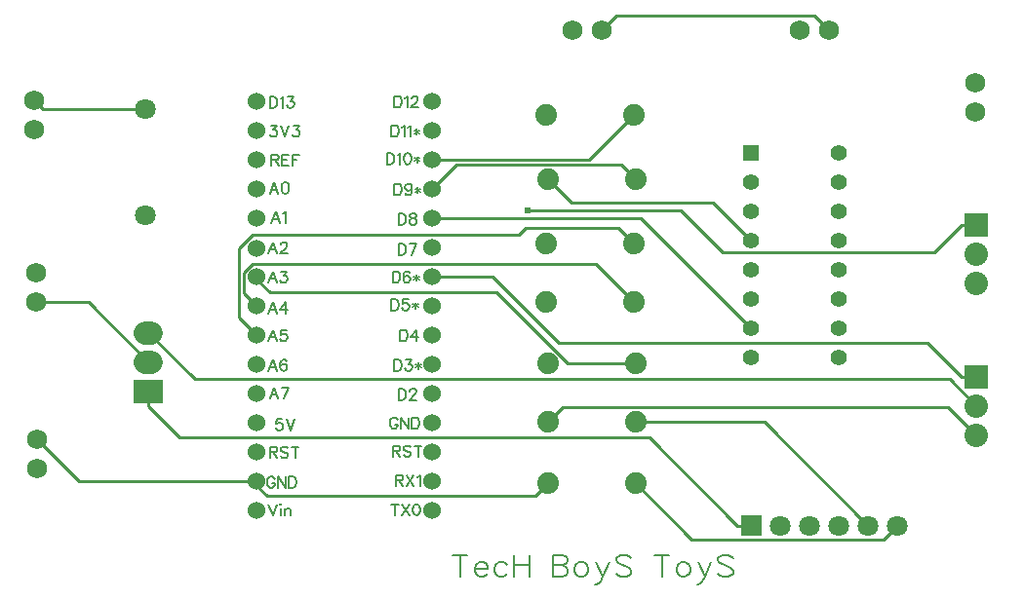
<source format=gtl>
G04 Layer: TopLayer*
G04 EasyEDA v6.4.32, 2023-09-15 19:51:39*
G04 497bf7e82d6e43ea953c9b51e4a9abc3,83cefa92b6ce4236bac46178dd46d778,10*
G04 Gerber Generator version 0.2*
G04 Scale: 100 percent, Rotated: No, Reflected: No *
G04 Dimensions in millimeters *
G04 leading zeros omitted , absolute positions ,4 integer and 5 decimal *
%FSLAX45Y45*%
%MOMM*%

%ADD11C,0.2600*%
%ADD12C,0.2032*%
%ADD13C,0.6100*%
%ADD16C,2.0320*%
%ADD17C,1.8000*%
%ADD19C,1.5240*%
%ADD20C,1.7270*%
%ADD21C,1.8796*%
%ADD22R,1.3995X1.3995*%
%ADD23C,1.3995*%
%ADD24C,2.0000*%

%LPD*%
D12*
X-5828029Y5716778D02*
G01*
X-5828029Y5522976D01*
X-5892800Y5716778D02*
G01*
X-5763513Y5716778D01*
X-5702554Y5596889D02*
G01*
X-5591810Y5596889D01*
X-5591810Y5615178D01*
X-5600954Y5633720D01*
X-5610097Y5642863D01*
X-5628639Y5652262D01*
X-5656326Y5652262D01*
X-5674868Y5642863D01*
X-5693410Y5624576D01*
X-5702554Y5596889D01*
X-5702554Y5578347D01*
X-5693410Y5550662D01*
X-5674868Y5532120D01*
X-5656326Y5522976D01*
X-5628639Y5522976D01*
X-5610097Y5532120D01*
X-5591810Y5550662D01*
X-5419852Y5624576D02*
G01*
X-5438394Y5642863D01*
X-5456936Y5652262D01*
X-5484621Y5652262D01*
X-5502910Y5642863D01*
X-5521452Y5624576D01*
X-5530850Y5596889D01*
X-5530850Y5578347D01*
X-5521452Y5550662D01*
X-5502910Y5532120D01*
X-5484621Y5522976D01*
X-5456936Y5522976D01*
X-5438394Y5532120D01*
X-5419852Y5550662D01*
X-5358892Y5716778D02*
G01*
X-5358892Y5522976D01*
X-5229605Y5716778D02*
G01*
X-5229605Y5522976D01*
X-5358892Y5624576D02*
G01*
X-5229605Y5624576D01*
X-5026405Y5716778D02*
G01*
X-5026405Y5522976D01*
X-5026405Y5716778D02*
G01*
X-4943347Y5716778D01*
X-4915662Y5707634D01*
X-4906263Y5698489D01*
X-4897120Y5679947D01*
X-4897120Y5661405D01*
X-4906263Y5642863D01*
X-4915662Y5633720D01*
X-4943347Y5624576D01*
X-5026405Y5624576D02*
G01*
X-4943347Y5624576D01*
X-4915662Y5615178D01*
X-4906263Y5606034D01*
X-4897120Y5587492D01*
X-4897120Y5559805D01*
X-4906263Y5541263D01*
X-4915662Y5532120D01*
X-4943347Y5522976D01*
X-5026405Y5522976D01*
X-4789931Y5652262D02*
G01*
X-4808473Y5642863D01*
X-4827015Y5624576D01*
X-4836160Y5596889D01*
X-4836160Y5578347D01*
X-4827015Y5550662D01*
X-4808473Y5532120D01*
X-4789931Y5522976D01*
X-4762245Y5522976D01*
X-4743704Y5532120D01*
X-4725415Y5550662D01*
X-4716018Y5578347D01*
X-4716018Y5596889D01*
X-4725415Y5624576D01*
X-4743704Y5642863D01*
X-4762245Y5652262D01*
X-4789931Y5652262D01*
X-4645913Y5652262D02*
G01*
X-4590542Y5522976D01*
X-4535170Y5652262D02*
G01*
X-4590542Y5522976D01*
X-4608829Y5485892D01*
X-4627371Y5467350D01*
X-4645913Y5458205D01*
X-4655057Y5458205D01*
X-4344670Y5689092D02*
G01*
X-4363212Y5707634D01*
X-4390897Y5716778D01*
X-4427981Y5716778D01*
X-4455668Y5707634D01*
X-4474210Y5689092D01*
X-4474210Y5670550D01*
X-4464812Y5652262D01*
X-4455668Y5642863D01*
X-4437126Y5633720D01*
X-4381754Y5615178D01*
X-4363212Y5606034D01*
X-4354068Y5596889D01*
X-4344670Y5578347D01*
X-4344670Y5550662D01*
X-4363212Y5532120D01*
X-4390897Y5522976D01*
X-4427981Y5522976D01*
X-4455668Y5532120D01*
X-4474210Y5550662D01*
X-4076954Y5716778D02*
G01*
X-4076954Y5522976D01*
X-4141470Y5716778D02*
G01*
X-4012184Y5716778D01*
X-3905250Y5652262D02*
G01*
X-3923537Y5642863D01*
X-3942079Y5624576D01*
X-3951223Y5596889D01*
X-3951223Y5578347D01*
X-3942079Y5550662D01*
X-3923537Y5532120D01*
X-3905250Y5522976D01*
X-3877310Y5522976D01*
X-3859021Y5532120D01*
X-3840479Y5550662D01*
X-3831336Y5578347D01*
X-3831336Y5596889D01*
X-3840479Y5624576D01*
X-3859021Y5642863D01*
X-3877310Y5652262D01*
X-3905250Y5652262D01*
X-3760978Y5652262D02*
G01*
X-3705605Y5522976D01*
X-3650234Y5652262D02*
G01*
X-3705605Y5522976D01*
X-3724147Y5485892D01*
X-3742689Y5467350D01*
X-3760978Y5458205D01*
X-3770376Y5458205D01*
X-3459987Y5689092D02*
G01*
X-3478529Y5707634D01*
X-3506215Y5716778D01*
X-3543045Y5716778D01*
X-3570731Y5707634D01*
X-3589273Y5689092D01*
X-3589273Y5670550D01*
X-3580129Y5652262D01*
X-3570731Y5642863D01*
X-3552189Y5633720D01*
X-3496818Y5615178D01*
X-3478529Y5606034D01*
X-3469131Y5596889D01*
X-3459987Y5578347D01*
X-3459987Y5550662D01*
X-3478529Y5532120D01*
X-3506215Y5522976D01*
X-3543045Y5522976D01*
X-3570731Y5532120D01*
X-3589273Y5550662D01*
X-7493000Y6154928D02*
G01*
X-7456678Y6059423D01*
X-7420355Y6154928D02*
G01*
X-7456678Y6059423D01*
X-7390384Y6154928D02*
G01*
X-7385812Y6150355D01*
X-7381239Y6154928D01*
X-7385812Y6159500D01*
X-7390384Y6154928D01*
X-7385812Y6122923D02*
G01*
X-7385812Y6059423D01*
X-7351268Y6122923D02*
G01*
X-7351268Y6059423D01*
X-7351268Y6104889D02*
G01*
X-7337552Y6118605D01*
X-7328408Y6122923D01*
X-7314692Y6122923D01*
X-7305802Y6118605D01*
X-7301229Y6104889D01*
X-7301229Y6059423D01*
X-6413500Y6663689D02*
G01*
X-6413500Y6568186D01*
X-6413500Y6663689D02*
G01*
X-6372605Y6663689D01*
X-6358889Y6659118D01*
X-6354318Y6654545D01*
X-6349745Y6645402D01*
X-6349745Y6636258D01*
X-6354318Y6627368D01*
X-6358889Y6622795D01*
X-6372605Y6618223D01*
X-6413500Y6618223D01*
X-6381750Y6618223D02*
G01*
X-6349745Y6568186D01*
X-6256273Y6649973D02*
G01*
X-6265418Y6659118D01*
X-6278879Y6663689D01*
X-6297168Y6663689D01*
X-6310884Y6659118D01*
X-6319773Y6649973D01*
X-6319773Y6640829D01*
X-6315202Y6631686D01*
X-6310884Y6627368D01*
X-6301739Y6622795D01*
X-6274307Y6613652D01*
X-6265418Y6609079D01*
X-6260845Y6604508D01*
X-6256273Y6595363D01*
X-6256273Y6581902D01*
X-6265418Y6572758D01*
X-6278879Y6568186D01*
X-6297168Y6568186D01*
X-6310884Y6572758D01*
X-6319773Y6581902D01*
X-6194297Y6663689D02*
G01*
X-6194297Y6568186D01*
X-6226302Y6663689D02*
G01*
X-6162547Y6663689D01*
X-6394450Y6155689D02*
G01*
X-6394450Y6060186D01*
X-6426200Y6155689D02*
G01*
X-6362445Y6155689D01*
X-6332473Y6155689D02*
G01*
X-6268973Y6060186D01*
X-6268973Y6155689D02*
G01*
X-6332473Y6060186D01*
X-6211570Y6155689D02*
G01*
X-6225286Y6151118D01*
X-6234429Y6137402D01*
X-6239002Y6114795D01*
X-6239002Y6101079D01*
X-6234429Y6078473D01*
X-6225286Y6064757D01*
X-6211570Y6060186D01*
X-6202679Y6060186D01*
X-6188963Y6064757D01*
X-6179820Y6078473D01*
X-6175247Y6101079D01*
X-6175247Y6114795D01*
X-6179820Y6137402D01*
X-6188963Y6151118D01*
X-6202679Y6155689D01*
X-6211570Y6155689D01*
X-6388100Y6409689D02*
G01*
X-6388100Y6314186D01*
X-6388100Y6409689D02*
G01*
X-6347205Y6409689D01*
X-6333489Y6405118D01*
X-6328918Y6400545D01*
X-6324345Y6391402D01*
X-6324345Y6382257D01*
X-6328918Y6373368D01*
X-6333489Y6368795D01*
X-6347205Y6364223D01*
X-6388100Y6364223D01*
X-6356350Y6364223D02*
G01*
X-6324345Y6314186D01*
X-6294373Y6409689D02*
G01*
X-6230873Y6314186D01*
X-6230873Y6409689D02*
G01*
X-6294373Y6314186D01*
X-6200902Y6391402D02*
G01*
X-6191757Y6395973D01*
X-6178042Y6409689D01*
X-6178042Y6314186D01*
X-7443978Y7171689D02*
G01*
X-7480300Y7076186D01*
X-7443978Y7171689D02*
G01*
X-7407655Y7076186D01*
X-7466584Y7107936D02*
G01*
X-7421118Y7107936D01*
X-7313929Y7171689D02*
G01*
X-7359395Y7076186D01*
X-7377684Y7171689D02*
G01*
X-7313929Y7171689D01*
X-7456678Y7412989D02*
G01*
X-7493000Y7317486D01*
X-7456678Y7412989D02*
G01*
X-7420355Y7317486D01*
X-7479284Y7349236D02*
G01*
X-7433818Y7349236D01*
X-7335773Y7399273D02*
G01*
X-7340345Y7408418D01*
X-7353808Y7412989D01*
X-7362952Y7412989D01*
X-7376668Y7408418D01*
X-7385812Y7394702D01*
X-7390384Y7372095D01*
X-7390384Y7349236D01*
X-7385812Y7331202D01*
X-7376668Y7322058D01*
X-7362952Y7317486D01*
X-7358379Y7317486D01*
X-7344918Y7322058D01*
X-7335773Y7331202D01*
X-7331202Y7344663D01*
X-7331202Y7349236D01*
X-7335773Y7362952D01*
X-7344918Y7372095D01*
X-7358379Y7376668D01*
X-7362952Y7376668D01*
X-7376668Y7372095D01*
X-7385812Y7362952D01*
X-7390384Y7349236D01*
X-7456678Y7670797D02*
G01*
X-7493000Y7575293D01*
X-7456678Y7670797D02*
G01*
X-7420355Y7575293D01*
X-7479284Y7607043D02*
G01*
X-7433818Y7607043D01*
X-7335773Y7670797D02*
G01*
X-7381239Y7670797D01*
X-7385812Y7629903D01*
X-7381239Y7634475D01*
X-7367523Y7638793D01*
X-7353808Y7638793D01*
X-7340345Y7634475D01*
X-7331202Y7625331D01*
X-7326629Y7611615D01*
X-7326629Y7602471D01*
X-7331202Y7589009D01*
X-7340345Y7579865D01*
X-7353808Y7575293D01*
X-7367523Y7575293D01*
X-7381239Y7579865D01*
X-7385812Y7584437D01*
X-7390384Y7593581D01*
X-7456678Y7912097D02*
G01*
X-7493000Y7816593D01*
X-7456678Y7912097D02*
G01*
X-7420355Y7816593D01*
X-7479284Y7848343D02*
G01*
X-7433818Y7848343D01*
X-7344918Y7912097D02*
G01*
X-7390384Y7848343D01*
X-7322058Y7848343D01*
X-7344918Y7912097D02*
G01*
X-7344918Y7816593D01*
X-7456678Y8178797D02*
G01*
X-7493000Y8083293D01*
X-7456678Y8178797D02*
G01*
X-7420355Y8083293D01*
X-7479284Y8115043D02*
G01*
X-7433818Y8115043D01*
X-7381239Y8178797D02*
G01*
X-7331202Y8178797D01*
X-7358379Y8142475D01*
X-7344918Y8142475D01*
X-7335773Y8137903D01*
X-7331202Y8133331D01*
X-7326629Y8119615D01*
X-7326629Y8110471D01*
X-7331202Y8097009D01*
X-7340345Y8087865D01*
X-7353808Y8083293D01*
X-7367523Y8083293D01*
X-7381239Y8087865D01*
X-7385812Y8092437D01*
X-7390384Y8101581D01*
X-7456678Y8432797D02*
G01*
X-7493000Y8337293D01*
X-7456678Y8432797D02*
G01*
X-7420355Y8337293D01*
X-7479284Y8369043D02*
G01*
X-7433818Y8369043D01*
X-7385812Y8409937D02*
G01*
X-7385812Y8414509D01*
X-7381239Y8423653D01*
X-7376668Y8428225D01*
X-7367523Y8432797D01*
X-7349489Y8432797D01*
X-7340345Y8428225D01*
X-7335773Y8423653D01*
X-7331202Y8414509D01*
X-7331202Y8405365D01*
X-7335773Y8396475D01*
X-7344918Y8382759D01*
X-7390384Y8337293D01*
X-7326629Y8337293D01*
X-7431278Y8699497D02*
G01*
X-7467600Y8603993D01*
X-7431278Y8699497D02*
G01*
X-7394955Y8603993D01*
X-7453884Y8635743D02*
G01*
X-7408418Y8635743D01*
X-7364984Y8681209D02*
G01*
X-7355839Y8685781D01*
X-7342123Y8699497D01*
X-7342123Y8603993D01*
X-7443978Y8953497D02*
G01*
X-7480300Y8857993D01*
X-7443978Y8953497D02*
G01*
X-7407655Y8857993D01*
X-7466584Y8889743D02*
G01*
X-7421118Y8889743D01*
X-7350252Y8953497D02*
G01*
X-7363968Y8948925D01*
X-7373112Y8935209D01*
X-7377684Y8912603D01*
X-7377684Y8898887D01*
X-7373112Y8876281D01*
X-7363968Y8862565D01*
X-7350252Y8857993D01*
X-7341108Y8857993D01*
X-7327645Y8862565D01*
X-7318502Y8876281D01*
X-7313929Y8898887D01*
X-7313929Y8912603D01*
X-7318502Y8935209D01*
X-7327645Y8948925D01*
X-7341108Y8953497D01*
X-7350252Y8953497D01*
X-7467600Y9194797D02*
G01*
X-7467600Y9099293D01*
X-7467600Y9194797D02*
G01*
X-7426705Y9194797D01*
X-7412989Y9190225D01*
X-7408418Y9185653D01*
X-7403845Y9176509D01*
X-7403845Y9167365D01*
X-7408418Y9158475D01*
X-7412989Y9153903D01*
X-7426705Y9149331D01*
X-7467600Y9149331D01*
X-7435850Y9149331D02*
G01*
X-7403845Y9099293D01*
X-7373873Y9194797D02*
G01*
X-7373873Y9099293D01*
X-7373873Y9194797D02*
G01*
X-7314945Y9194797D01*
X-7373873Y9149331D02*
G01*
X-7337552Y9149331D01*
X-7373873Y9099293D02*
G01*
X-7314945Y9099293D01*
X-7284973Y9194797D02*
G01*
X-7284973Y9099293D01*
X-7284973Y9194797D02*
G01*
X-7225792Y9194797D01*
X-7284973Y9149331D02*
G01*
X-7248397Y9149331D01*
X-7480300Y9698989D02*
G01*
X-7480300Y9603486D01*
X-7480300Y9698989D02*
G01*
X-7448550Y9698989D01*
X-7434834Y9694418D01*
X-7425689Y9685274D01*
X-7421118Y9676129D01*
X-7416545Y9662668D01*
X-7416545Y9639808D01*
X-7421118Y9626092D01*
X-7425689Y9617202D01*
X-7434834Y9608058D01*
X-7448550Y9603486D01*
X-7480300Y9603486D01*
X-7386573Y9680702D02*
G01*
X-7377684Y9685274D01*
X-7363968Y9698989D01*
X-7363968Y9603486D01*
X-7324852Y9698989D02*
G01*
X-7274813Y9698989D01*
X-7301992Y9662668D01*
X-7288529Y9662668D01*
X-7279386Y9658095D01*
X-7274813Y9653524D01*
X-7270242Y9639808D01*
X-7270242Y9630663D01*
X-7274813Y9617202D01*
X-7283958Y9608058D01*
X-7297673Y9603486D01*
X-7311136Y9603486D01*
X-7324852Y9608058D01*
X-7329423Y9612629D01*
X-7333995Y9621774D01*
X-6400800Y9702797D02*
G01*
X-6400800Y9607293D01*
X-6400800Y9702797D02*
G01*
X-6369050Y9702797D01*
X-6355334Y9698225D01*
X-6346189Y9689081D01*
X-6341618Y9679937D01*
X-6337045Y9666475D01*
X-6337045Y9643615D01*
X-6341618Y9629899D01*
X-6346189Y9621009D01*
X-6355334Y9611865D01*
X-6369050Y9607293D01*
X-6400800Y9607293D01*
X-6307073Y9684509D02*
G01*
X-6298184Y9689081D01*
X-6284468Y9702797D01*
X-6284468Y9607293D01*
X-6249923Y9679937D02*
G01*
X-6249923Y9684509D01*
X-6245352Y9693653D01*
X-6240779Y9698225D01*
X-6231636Y9702797D01*
X-6213602Y9702797D01*
X-6204457Y9698225D01*
X-6199886Y9693653D01*
X-6195313Y9684509D01*
X-6195313Y9675365D01*
X-6199886Y9666475D01*
X-6209029Y9652759D01*
X-6254495Y9607293D01*
X-6190742Y9607293D01*
X-6362700Y8682989D02*
G01*
X-6362700Y8587486D01*
X-6362700Y8682989D02*
G01*
X-6330950Y8682989D01*
X-6317234Y8678418D01*
X-6308089Y8669274D01*
X-6303518Y8660129D01*
X-6298945Y8646668D01*
X-6298945Y8623808D01*
X-6303518Y8610092D01*
X-6308089Y8601202D01*
X-6317234Y8592058D01*
X-6330950Y8587486D01*
X-6362700Y8587486D01*
X-6246368Y8682989D02*
G01*
X-6260084Y8678418D01*
X-6264402Y8669274D01*
X-6264402Y8660129D01*
X-6260084Y8650986D01*
X-6250939Y8646668D01*
X-6232652Y8642095D01*
X-6219189Y8637524D01*
X-6210045Y8628379D01*
X-6205473Y8619236D01*
X-6205473Y8605774D01*
X-6210045Y8596629D01*
X-6214618Y8592058D01*
X-6228079Y8587486D01*
X-6246368Y8587486D01*
X-6260084Y8592058D01*
X-6264402Y8596629D01*
X-6268973Y8605774D01*
X-6268973Y8619236D01*
X-6264402Y8628379D01*
X-6255512Y8637524D01*
X-6241795Y8642095D01*
X-6223507Y8646668D01*
X-6214618Y8650986D01*
X-6210045Y8660129D01*
X-6210045Y8669274D01*
X-6214618Y8678418D01*
X-6228079Y8682989D01*
X-6246368Y8682989D01*
X-6362700Y8420097D02*
G01*
X-6362700Y8324593D01*
X-6362700Y8420097D02*
G01*
X-6330950Y8420097D01*
X-6317234Y8415525D01*
X-6308089Y8406381D01*
X-6303518Y8397237D01*
X-6298945Y8383775D01*
X-6298945Y8360915D01*
X-6303518Y8347199D01*
X-6308089Y8338309D01*
X-6317234Y8329165D01*
X-6330950Y8324593D01*
X-6362700Y8324593D01*
X-6205473Y8420097D02*
G01*
X-6250939Y8324593D01*
X-6268973Y8420097D02*
G01*
X-6205473Y8420097D01*
X-6426200Y9448797D02*
G01*
X-6426200Y9353293D01*
X-6426200Y9448797D02*
G01*
X-6394450Y9448797D01*
X-6380734Y9444225D01*
X-6371589Y9435081D01*
X-6367018Y9425937D01*
X-6362445Y9412475D01*
X-6362445Y9389615D01*
X-6367018Y9375899D01*
X-6371589Y9367009D01*
X-6380734Y9357865D01*
X-6394450Y9353293D01*
X-6426200Y9353293D01*
X-6332473Y9430509D02*
G01*
X-6323584Y9435081D01*
X-6309868Y9448797D01*
X-6309868Y9353293D01*
X-6279895Y9430509D02*
G01*
X-6270752Y9435081D01*
X-6257036Y9448797D01*
X-6257036Y9353293D01*
X-6204457Y9421365D02*
G01*
X-6204457Y9367009D01*
X-6227063Y9407903D02*
G01*
X-6181597Y9380471D01*
X-6181597Y9407903D02*
G01*
X-6227063Y9380471D01*
X-6464300Y9207497D02*
G01*
X-6464300Y9111993D01*
X-6464300Y9207497D02*
G01*
X-6432550Y9207497D01*
X-6418834Y9202925D01*
X-6409689Y9193781D01*
X-6405118Y9184637D01*
X-6400545Y9171175D01*
X-6400545Y9148315D01*
X-6405118Y9134599D01*
X-6409689Y9125709D01*
X-6418834Y9116565D01*
X-6432550Y9111993D01*
X-6464300Y9111993D01*
X-6370573Y9189209D02*
G01*
X-6361684Y9193781D01*
X-6347968Y9207497D01*
X-6347968Y9111993D01*
X-6290563Y9207497D02*
G01*
X-6304279Y9202925D01*
X-6313423Y9189209D01*
X-6317995Y9166603D01*
X-6317995Y9152887D01*
X-6313423Y9130281D01*
X-6304279Y9116565D01*
X-6290563Y9111993D01*
X-6281673Y9111993D01*
X-6267957Y9116565D01*
X-6258813Y9130281D01*
X-6254242Y9152887D01*
X-6254242Y9166603D01*
X-6258813Y9189209D01*
X-6267957Y9202925D01*
X-6281673Y9207497D01*
X-6290563Y9207497D01*
X-6201663Y9180065D02*
G01*
X-6201663Y9125709D01*
X-6224270Y9166603D02*
G01*
X-6178804Y9139171D01*
X-6178804Y9166603D02*
G01*
X-6224270Y9139171D01*
X-6400800Y8940797D02*
G01*
X-6400800Y8845293D01*
X-6400800Y8940797D02*
G01*
X-6369050Y8940797D01*
X-6355334Y8936225D01*
X-6346189Y8927081D01*
X-6341618Y8917937D01*
X-6337045Y8904475D01*
X-6337045Y8881615D01*
X-6341618Y8867899D01*
X-6346189Y8859009D01*
X-6355334Y8849865D01*
X-6369050Y8845293D01*
X-6400800Y8845293D01*
X-6248145Y8908793D02*
G01*
X-6252718Y8895331D01*
X-6261607Y8886187D01*
X-6275323Y8881615D01*
X-6279895Y8881615D01*
X-6293612Y8886187D01*
X-6302502Y8895331D01*
X-6307073Y8908793D01*
X-6307073Y8913365D01*
X-6302502Y8927081D01*
X-6293612Y8936225D01*
X-6279895Y8940797D01*
X-6275323Y8940797D01*
X-6261607Y8936225D01*
X-6252718Y8927081D01*
X-6248145Y8908793D01*
X-6248145Y8886187D01*
X-6252718Y8863581D01*
X-6261607Y8849865D01*
X-6275323Y8845293D01*
X-6284468Y8845293D01*
X-6298184Y8849865D01*
X-6302502Y8859009D01*
X-6195313Y8913365D02*
G01*
X-6195313Y8859009D01*
X-6218173Y8899903D02*
G01*
X-6172707Y8872471D01*
X-6172707Y8899903D02*
G01*
X-6218173Y8872471D01*
X-6413500Y8178797D02*
G01*
X-6413500Y8083293D01*
X-6413500Y8178797D02*
G01*
X-6381750Y8178797D01*
X-6368034Y8174225D01*
X-6358889Y8165081D01*
X-6354318Y8155937D01*
X-6349745Y8142475D01*
X-6349745Y8119615D01*
X-6354318Y8105899D01*
X-6358889Y8097009D01*
X-6368034Y8087865D01*
X-6381750Y8083293D01*
X-6413500Y8083293D01*
X-6265418Y8165081D02*
G01*
X-6269989Y8174225D01*
X-6283452Y8178797D01*
X-6292595Y8178797D01*
X-6306312Y8174225D01*
X-6315202Y8160509D01*
X-6319773Y8137903D01*
X-6319773Y8115043D01*
X-6315202Y8097009D01*
X-6306312Y8087865D01*
X-6292595Y8083293D01*
X-6288023Y8083293D01*
X-6274307Y8087865D01*
X-6265418Y8097009D01*
X-6260845Y8110471D01*
X-6260845Y8115043D01*
X-6265418Y8128759D01*
X-6274307Y8137903D01*
X-6288023Y8142475D01*
X-6292595Y8142475D01*
X-6306312Y8137903D01*
X-6315202Y8128759D01*
X-6319773Y8115043D01*
X-6208013Y8151365D02*
G01*
X-6208013Y8097009D01*
X-6230873Y8137903D02*
G01*
X-6185407Y8110471D01*
X-6185407Y8137903D02*
G01*
X-6230873Y8110471D01*
X-6426200Y7937497D02*
G01*
X-6426200Y7841993D01*
X-6426200Y7937497D02*
G01*
X-6394450Y7937497D01*
X-6380734Y7932925D01*
X-6371589Y7923781D01*
X-6367018Y7914637D01*
X-6362445Y7901175D01*
X-6362445Y7878315D01*
X-6367018Y7864599D01*
X-6371589Y7855709D01*
X-6380734Y7846565D01*
X-6394450Y7841993D01*
X-6426200Y7841993D01*
X-6278118Y7937497D02*
G01*
X-6323584Y7937497D01*
X-6327902Y7896603D01*
X-6323584Y7901175D01*
X-6309868Y7905493D01*
X-6296152Y7905493D01*
X-6282689Y7901175D01*
X-6273545Y7892031D01*
X-6268973Y7878315D01*
X-6268973Y7869171D01*
X-6273545Y7855709D01*
X-6282689Y7846565D01*
X-6296152Y7841993D01*
X-6309868Y7841993D01*
X-6323584Y7846565D01*
X-6327902Y7851137D01*
X-6332473Y7860281D01*
X-6216142Y7910065D02*
G01*
X-6216142Y7855709D01*
X-6239002Y7896603D02*
G01*
X-6193536Y7869171D01*
X-6193536Y7896603D02*
G01*
X-6239002Y7869171D01*
X-6350000Y7670797D02*
G01*
X-6350000Y7575293D01*
X-6350000Y7670797D02*
G01*
X-6318250Y7670797D01*
X-6304534Y7666225D01*
X-6295389Y7657081D01*
X-6290818Y7647937D01*
X-6286245Y7634475D01*
X-6286245Y7611615D01*
X-6290818Y7597899D01*
X-6295389Y7589009D01*
X-6304534Y7579865D01*
X-6318250Y7575293D01*
X-6350000Y7575293D01*
X-6210807Y7670797D02*
G01*
X-6256273Y7607043D01*
X-6188202Y7607043D01*
X-6210807Y7670797D02*
G01*
X-6210807Y7575293D01*
X-6400800Y7412987D02*
G01*
X-6400800Y7317483D01*
X-6400800Y7412987D02*
G01*
X-6369050Y7412987D01*
X-6355334Y7408415D01*
X-6346189Y7399271D01*
X-6341618Y7390127D01*
X-6337045Y7376665D01*
X-6337045Y7353805D01*
X-6341618Y7340089D01*
X-6346189Y7331199D01*
X-6355334Y7322055D01*
X-6369050Y7317483D01*
X-6400800Y7317483D01*
X-6298184Y7412987D02*
G01*
X-6248145Y7412987D01*
X-6275323Y7376665D01*
X-6261607Y7376665D01*
X-6252718Y7372093D01*
X-6248145Y7367521D01*
X-6243573Y7353805D01*
X-6243573Y7344661D01*
X-6248145Y7331199D01*
X-6257289Y7322055D01*
X-6270752Y7317483D01*
X-6284468Y7317483D01*
X-6298184Y7322055D01*
X-6302502Y7326627D01*
X-6307073Y7335771D01*
X-6190742Y7385555D02*
G01*
X-6190742Y7331199D01*
X-6213602Y7372093D02*
G01*
X-6168136Y7344661D01*
X-6168136Y7372093D02*
G01*
X-6213602Y7344661D01*
X-6362700Y7158989D02*
G01*
X-6362700Y7063486D01*
X-6362700Y7158989D02*
G01*
X-6330950Y7158989D01*
X-6317234Y7154418D01*
X-6308089Y7145273D01*
X-6303518Y7136129D01*
X-6298945Y7122668D01*
X-6298945Y7099808D01*
X-6303518Y7086092D01*
X-6308089Y7077202D01*
X-6317234Y7068058D01*
X-6330950Y7063486D01*
X-6362700Y7063486D01*
X-6264402Y7136129D02*
G01*
X-6264402Y7140702D01*
X-6260084Y7149845D01*
X-6255512Y7154418D01*
X-6246368Y7158989D01*
X-6228079Y7158989D01*
X-6219189Y7154418D01*
X-6214618Y7149845D01*
X-6210045Y7140702D01*
X-6210045Y7131558D01*
X-6214618Y7122668D01*
X-6223507Y7108952D01*
X-6268973Y7063486D01*
X-6205473Y7063486D01*
X-7471155Y9448797D02*
G01*
X-7421118Y9448797D01*
X-7448550Y9412475D01*
X-7434834Y9412475D01*
X-7425689Y9407903D01*
X-7421118Y9403331D01*
X-7416545Y9389615D01*
X-7416545Y9380471D01*
X-7421118Y9367009D01*
X-7430262Y9357865D01*
X-7443978Y9353293D01*
X-7457694Y9353293D01*
X-7471155Y9357865D01*
X-7475728Y9362437D01*
X-7480300Y9371581D01*
X-7386573Y9448797D02*
G01*
X-7350252Y9353293D01*
X-7313929Y9448797D02*
G01*
X-7350252Y9353293D01*
X-7274813Y9448797D02*
G01*
X-7224776Y9448797D01*
X-7252208Y9412475D01*
X-7238492Y9412475D01*
X-7229347Y9407903D01*
X-7224776Y9403331D01*
X-7220204Y9389615D01*
X-7220204Y9380471D01*
X-7224776Y9367009D01*
X-7233920Y9357865D01*
X-7247636Y9353293D01*
X-7261097Y9353293D01*
X-7274813Y9357865D01*
X-7279386Y9362437D01*
X-7283958Y9371581D01*
X-7374889Y6896097D02*
G01*
X-7420355Y6896097D01*
X-7424928Y6855203D01*
X-7420355Y6859775D01*
X-7406894Y6864093D01*
X-7393178Y6864093D01*
X-7379462Y6859775D01*
X-7370318Y6850631D01*
X-7365745Y6836915D01*
X-7365745Y6827771D01*
X-7370318Y6814309D01*
X-7379462Y6805165D01*
X-7393178Y6800593D01*
X-7406894Y6800593D01*
X-7420355Y6805165D01*
X-7424928Y6809737D01*
X-7429500Y6818881D01*
X-7335773Y6896097D02*
G01*
X-7299452Y6800593D01*
X-7263129Y6896097D02*
G01*
X-7299452Y6800593D01*
X-6370828Y6885937D02*
G01*
X-6375145Y6895081D01*
X-6384289Y6904225D01*
X-6393434Y6908797D01*
X-6411721Y6908797D01*
X-6420612Y6904225D01*
X-6429755Y6895081D01*
X-6434328Y6885937D01*
X-6438900Y6872475D01*
X-6438900Y6849615D01*
X-6434328Y6835899D01*
X-6429755Y6827009D01*
X-6420612Y6817865D01*
X-6411721Y6813293D01*
X-6393434Y6813293D01*
X-6384289Y6817865D01*
X-6375145Y6827009D01*
X-6370828Y6835899D01*
X-6370828Y6849615D01*
X-6393434Y6849615D02*
G01*
X-6370828Y6849615D01*
X-6340602Y6908797D02*
G01*
X-6340602Y6813293D01*
X-6340602Y6908797D02*
G01*
X-6277102Y6813293D01*
X-6277102Y6908797D02*
G01*
X-6277102Y6813293D01*
X-6247129Y6908797D02*
G01*
X-6247129Y6813293D01*
X-6247129Y6908797D02*
G01*
X-6215379Y6908797D01*
X-6201663Y6904225D01*
X-6192520Y6895081D01*
X-6187947Y6885937D01*
X-6183376Y6872475D01*
X-6183376Y6849615D01*
X-6187947Y6835899D01*
X-6192520Y6827009D01*
X-6201663Y6817865D01*
X-6215379Y6813293D01*
X-6247129Y6813293D01*
X-7480300Y6654797D02*
G01*
X-7480300Y6559293D01*
X-7480300Y6654797D02*
G01*
X-7439405Y6654797D01*
X-7425689Y6650225D01*
X-7421118Y6645653D01*
X-7416545Y6636509D01*
X-7416545Y6627365D01*
X-7421118Y6618475D01*
X-7425689Y6613903D01*
X-7439405Y6609331D01*
X-7480300Y6609331D01*
X-7448550Y6609331D02*
G01*
X-7416545Y6559293D01*
X-7323073Y6641081D02*
G01*
X-7332218Y6650225D01*
X-7345679Y6654797D01*
X-7363968Y6654797D01*
X-7377684Y6650225D01*
X-7386573Y6641081D01*
X-7386573Y6631937D01*
X-7382002Y6622793D01*
X-7377684Y6618475D01*
X-7368539Y6613903D01*
X-7341108Y6604759D01*
X-7332218Y6600187D01*
X-7327645Y6595615D01*
X-7323073Y6586471D01*
X-7323073Y6573009D01*
X-7332218Y6563865D01*
X-7345679Y6559293D01*
X-7363968Y6559293D01*
X-7377684Y6563865D01*
X-7386573Y6573009D01*
X-7261097Y6654797D02*
G01*
X-7261097Y6559293D01*
X-7293102Y6654797D02*
G01*
X-7229347Y6654797D01*
X-7437628Y6374129D02*
G01*
X-7441945Y6383273D01*
X-7451089Y6392418D01*
X-7460234Y6396989D01*
X-7478521Y6396989D01*
X-7487412Y6392418D01*
X-7496555Y6383273D01*
X-7501128Y6374129D01*
X-7505700Y6360668D01*
X-7505700Y6337807D01*
X-7501128Y6324092D01*
X-7496555Y6315202D01*
X-7487412Y6306057D01*
X-7478521Y6301486D01*
X-7460234Y6301486D01*
X-7451089Y6306057D01*
X-7441945Y6315202D01*
X-7437628Y6324092D01*
X-7437628Y6337807D01*
X-7460234Y6337807D02*
G01*
X-7437628Y6337807D01*
X-7407402Y6396989D02*
G01*
X-7407402Y6301486D01*
X-7407402Y6396989D02*
G01*
X-7343902Y6301486D01*
X-7343902Y6396989D02*
G01*
X-7343902Y6301486D01*
X-7313929Y6396989D02*
G01*
X-7313929Y6301486D01*
X-7313929Y6396989D02*
G01*
X-7282179Y6396989D01*
X-7268463Y6392418D01*
X-7259320Y6383273D01*
X-7254747Y6374129D01*
X-7250176Y6360668D01*
X-7250176Y6337807D01*
X-7254747Y6324092D01*
X-7259320Y6315202D01*
X-7268463Y6306057D01*
X-7282179Y6301486D01*
X-7313929Y6301486D01*
D11*
X-6069329Y8131810D02*
G01*
X-5551170Y8131810D01*
X-4975860Y7556500D01*
X-1769110Y7556500D01*
X-1477010Y7264400D01*
X-1346200Y7264400D02*
G01*
X-1477010Y7264400D01*
X-3302000Y7683500D02*
G01*
X-4258310Y8639810D01*
X-6069329Y8639810D01*
X-9512300Y7912100D02*
G01*
X-9055100Y7912100D01*
X-8534400Y7391400D01*
X-5067300Y6337300D02*
G01*
X-5175250Y6229350D01*
X-7506970Y6229350D01*
X-7593329Y6315455D01*
X-7593329Y6353810D01*
X-7593329Y6353810D02*
G01*
X-9135110Y6353810D01*
X-9499600Y6718300D01*
X-1346200Y6756400D02*
G01*
X-1589531Y6999731D01*
X-4938268Y6999731D01*
X-5067300Y6870700D01*
X-1346200Y7010400D02*
G01*
X-1578610Y7242810D01*
X-8131810Y7242810D01*
X-8534400Y7645400D01*
X-8559800Y9591294D02*
G01*
X-9451594Y9591294D01*
X-9525000Y9664700D01*
X-8534400Y7008113D02*
G01*
X-8261095Y6734810D01*
X-4186936Y6734810D01*
X-3421126Y5969000D01*
X-8534400Y7137400D02*
G01*
X-8534400Y7008113D01*
X-3302000Y5969000D02*
G01*
X-3421126Y5969000D01*
X-4305300Y6337300D02*
G01*
X-3817873Y5849873D01*
X-2151126Y5849873D01*
X-2032000Y5969000D01*
X-4305300Y6870700D02*
G01*
X-3187700Y6870700D01*
X-2286000Y5969000D01*
X-7593329Y8131810D02*
G01*
X-7593329Y8109712D01*
X-7481315Y7997697D01*
X-5512054Y7997697D01*
X-4893055Y7378700D01*
X-4305300Y7378700D01*
X-7593329Y7877810D02*
G01*
X-7703058Y7987537D01*
X-7703058Y8170926D01*
X-7631429Y8242554D01*
X-4648454Y8242554D01*
X-4318000Y7912100D01*
X-4318000Y8420100D02*
G01*
X-4454652Y8556752D01*
X-5256276Y8556752D01*
X-5315204Y8497824D01*
X-7628636Y8497824D01*
X-7746745Y8379713D01*
X-7746745Y7777226D01*
X-7593329Y7623810D01*
X-3302000Y8445500D02*
G01*
X-3632200Y8775700D01*
X-4864100Y8775700D01*
X-5067300Y8978900D01*
X-4305300Y8978900D02*
G01*
X-4430776Y9104376D01*
X-5858510Y9104376D01*
X-6069329Y8893810D01*
X-4318000Y9537700D02*
G01*
X-4707889Y9147810D01*
X-6069329Y9147810D01*
X-2628900Y10274300D02*
G01*
X-2756915Y10402315D01*
X-4469384Y10402315D01*
X-4597400Y10274300D01*
X-1346200Y8585200D02*
G01*
X-1477010Y8585200D01*
X-1477010Y8585200D02*
G01*
X-1716023Y8346186D01*
X-3548634Y8346186D01*
X-3910076Y8707628D01*
X-5239257Y8707628D01*
G36*
X-8659368Y7037323D02*
G01*
X-8659368Y7237476D01*
X-8409431Y7237476D01*
X-8409431Y7037323D01*
G37*
G36*
X-1447800Y8686800D02*
G01*
X-1244600Y8686800D01*
X-1244600Y8483600D01*
X-1447800Y8483600D01*
G37*
D16*
G01*
X-1346200Y8331200D03*
G01*
X-1346200Y8077200D03*
G36*
X-1447800Y7366000D02*
G01*
X-1244600Y7366000D01*
X-1244600Y7162800D01*
X-1447800Y7162800D01*
G37*
G01*
X-1346200Y7010400D03*
G01*
X-1346200Y6756400D03*
D17*
G01*
X-2032000Y5969000D03*
G01*
X-2286000Y5969000D03*
G01*
X-2540000Y5969000D03*
G01*
X-2794000Y5969000D03*
G01*
X-3048000Y5969000D03*
G36*
X-3391999Y6058999D02*
G01*
X-3212000Y6058999D01*
X-3212000Y5879000D01*
X-3391999Y5879000D01*
G37*
D19*
G01*
X-6069304Y6099708D03*
G01*
X-6069304Y8131708D03*
G01*
X-6069304Y7877708D03*
G01*
X-6069304Y7623708D03*
G01*
X-6069304Y7369708D03*
G01*
X-6069304Y7115708D03*
G01*
X-6069304Y6861708D03*
G01*
X-7593304Y9401708D03*
G01*
X-7593304Y7115708D03*
G01*
X-6069304Y8893708D03*
G01*
X-6069304Y9147708D03*
G01*
X-6069304Y8639708D03*
G01*
X-6069304Y8385708D03*
G01*
X-6069304Y6607708D03*
G01*
X-6069304Y6353708D03*
G01*
X-6069304Y9401708D03*
G01*
X-6069304Y9655708D03*
G01*
X-7593304Y7369708D03*
G01*
X-7593304Y6861708D03*
G01*
X-7593304Y7623708D03*
G01*
X-7593304Y8893708D03*
G01*
X-7593304Y8382000D03*
G01*
X-7593304Y7877708D03*
G01*
X-7593304Y6607708D03*
G01*
X-7593304Y9147708D03*
G01*
X-7593304Y8639708D03*
G01*
X-7593304Y8131708D03*
G01*
X-7593304Y6353708D03*
G01*
X-7593304Y6099708D03*
G01*
X-7593304Y9655708D03*
D20*
G01*
X-9525000Y9664700D03*
G01*
X-9525000Y9410700D03*
G01*
X-4597400Y10274300D03*
G01*
X-4851400Y10274300D03*
G01*
X-9512300Y8166100D03*
G01*
X-9512300Y7912100D03*
G01*
X-9499600Y6718300D03*
G01*
X-9499600Y6464300D03*
G01*
X-1358900Y9563100D03*
G01*
X-1358900Y9817100D03*
G01*
X-2628900Y10274300D03*
G01*
X-2882900Y10274300D03*
D21*
G01*
X-5067300Y6337300D03*
G01*
X-4305300Y6337300D03*
G01*
X-5080000Y8420100D03*
G01*
X-4318000Y8420100D03*
G01*
X-5080000Y7912100D03*
G01*
X-4318000Y7912100D03*
G01*
X-5067300Y7378700D03*
G01*
X-4305300Y7378700D03*
G01*
X-5067300Y6870700D03*
G01*
X-4305300Y6870700D03*
G01*
X-5067300Y8978900D03*
G01*
X-4305300Y8978900D03*
G01*
X-5080000Y9537700D03*
G01*
X-4318000Y9537700D03*
D22*
G01*
X-3302000Y9207500D03*
D23*
G01*
X-3302000Y8953500D03*
G01*
X-3302000Y8699500D03*
G01*
X-3302000Y8445500D03*
G01*
X-3302000Y8191500D03*
G01*
X-3302000Y7937500D03*
G01*
X-3302000Y7683500D03*
G01*
X-3302000Y7429500D03*
G01*
X-2540000Y7683500D03*
G01*
X-2540000Y7937500D03*
G01*
X-2540000Y8191500D03*
G01*
X-2540000Y8445500D03*
G01*
X-2540000Y8699500D03*
G01*
X-2540000Y8953500D03*
G01*
X-2540000Y9207500D03*
G01*
X-2540000Y7429500D03*
D17*
G01*
X-8559800Y9591294D03*
G01*
X-8559800Y8671305D03*
D13*
G01*
X-5239257Y8707628D03*
D24*
X-8559398Y7391400D02*
G01*
X-8509398Y7391400D01*
X-8559398Y7645400D02*
G01*
X-8509398Y7645400D01*
M02*

</source>
